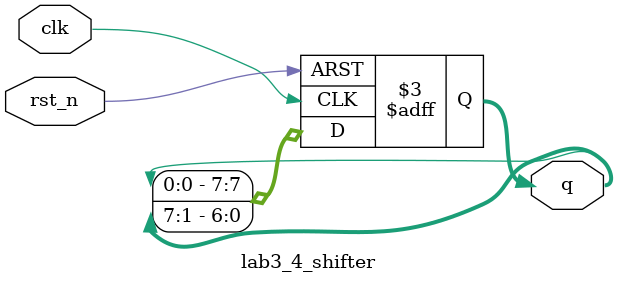
<source format=v>
`timescale 1ns / 1ps


module lab3_4_shifter(q, clk, rst_n);

output [7:0] q;
input clk;
input rst_n;

reg [7:0] q;

always@(posedge clk or negedge rst_n)
    if(~rst_n)
        begin
            q <= 8'b10010110;
        end
     else
        begin
            q[0] <= q[1];
            q[1] <= q[2];
            q[2] <= q[3];
            q[3] <= q[4];
            q[4] <= q[5];
            q[5] <= q[6];
            q[6] <= q[7];
            q[7] <= q[0];
        end
endmodule

</source>
